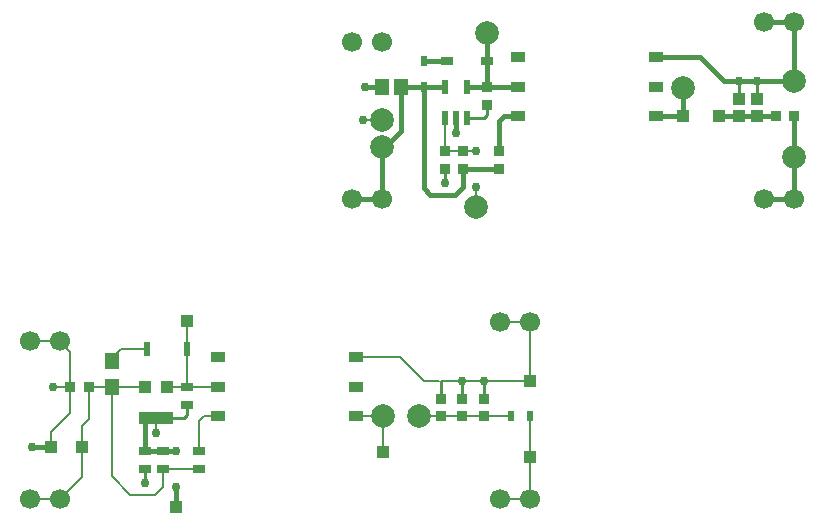
<source format=gtl>
G04*
<<<<<<< HEAD
G04 #@! TF.GenerationSoftware,Altium Limited,Altium Designer,22.2.1 (43)*
=======
G04 #@! TF.GenerationSoftware,Altium Limited,Altium Designer,20.2.6 (244)*
>>>>>>> 4e0b3683575d4fa8bc2fa5a38cc8482e5bfbb278
G04*
G04 Layer_Physical_Order=1*
G04 Layer_Color=255*
%FSLAX25Y25*%
%MOIN*%
G70*
G04*
<<<<<<< HEAD
G04 #@! TF.SameCoordinates,349ACB13-1475-4CFD-A425-034749F407B6*
=======
G04 #@! TF.SameCoordinates,39F16B55-C1F7-43D0-B861-395FF0F2765C*
>>>>>>> 4e0b3683575d4fa8bc2fa5a38cc8482e5bfbb278
G04*
G04*
G04 #@! TF.FilePolarity,Positive*
G04*
G01*
G75*
<<<<<<< HEAD
%ADD12C,0.01000*%
%ADD15R,0.05118X0.03386*%
%ADD16R,0.03937X0.04331*%
%ADD17R,0.03937X0.04134*%
%ADD18C,0.07874*%
%ADD19R,0.03937X0.03150*%
%ADD20R,0.05118X0.05709*%
%ADD21R,0.03543X0.03347*%
%ADD22R,0.03347X0.03543*%
%ADD23R,0.02047X0.04803*%
%ADD24R,0.01968X0.03543*%
%ADD36C,0.01600*%
%ADD37C,0.00600*%
%ADD38C,0.00900*%
%ADD39C,0.06693*%
%ADD40C,0.02953*%
D12*
X161024Y43063D02*
Y48968D01*
X153969Y43063D02*
Y48968D01*
X146787Y43063D02*
Y49000D01*
D15*
X118366Y37157D02*
D03*
Y47000D02*
D03*
Y56842D02*
D03*
X72500Y37157D02*
D03*
Y47000D02*
D03*
Y56842D02*
D03*
D16*
X127398Y37157D02*
D03*
X139602D02*
D03*
D17*
X161024Y43063D02*
D03*
Y37157D02*
D03*
X153969Y43063D02*
D03*
Y37157D02*
D03*
X146787Y43063D02*
D03*
Y37157D02*
D03*
D18*
X27201Y27000D02*
D03*
X62094Y68937D02*
D03*
X127398Y25197D02*
D03*
X16965Y27000D02*
D03*
X58500Y7087D02*
D03*
X176413Y49000D02*
D03*
Y23622D02*
D03*
D19*
X62094Y59598D02*
D03*
X48906D02*
D03*
D20*
X29563Y47000D02*
D03*
X23264D02*
D03*
D21*
X62000Y40898D02*
D03*
Y47000D02*
D03*
X48020Y25551D02*
D03*
Y19449D02*
D03*
X54000D02*
D03*
Y25551D02*
D03*
X66000Y19449D02*
D03*
Y25551D02*
D03*
D22*
X170311Y37157D02*
D03*
X176413D02*
D03*
D23*
X48020Y47000D02*
D03*
X55500D02*
D03*
Y36685D02*
D03*
X51760D02*
D03*
X48020D02*
D03*
D24*
X37063Y55661D02*
D03*
Y47000D02*
D03*
D36*
X23228Y38189D02*
Y46965D01*
X16965Y31925D02*
X23228Y38189D01*
X16965Y27000D02*
Y31925D01*
X23264Y47000D02*
Y58661D01*
X19721Y62205D02*
X23264Y58661D01*
X9720Y62205D02*
X19721D01*
X146787Y49000D02*
X176413D01*
X127398Y25197D02*
Y37157D01*
X146162Y49000D02*
X146253Y48909D01*
X141157Y49000D02*
X146000D01*
X161024Y37157D02*
X170311D01*
X153969D02*
X161024D01*
X146787D02*
X153969D01*
X139602D02*
X146787D01*
X37063Y47000D02*
X48020D01*
X37008D02*
X37063D01*
X29563D02*
X37008D01*
X27201Y33894D02*
X29563Y36256D01*
Y47000D01*
X27201Y27000D02*
Y33894D01*
Y16980D02*
Y27000D01*
X19721Y9500D02*
X27201Y16980D01*
X9720Y9500D02*
X19721D01*
X37063Y55661D02*
Y56449D01*
X40213Y59598D01*
X37008Y17323D02*
X43307Y11024D01*
X37008Y17323D02*
Y47000D01*
X40213Y59598D02*
X48906D01*
X62094D02*
Y68937D01*
X17563Y47000D02*
X23264D01*
X166413Y9449D02*
X176413D01*
Y23622D01*
Y37157D01*
X118366Y56842D02*
X133315D01*
X141157Y49000D01*
X176413D02*
Y68504D01*
X166413D02*
X176413D01*
X43307Y11024D02*
X51575D01*
X54000Y13449D02*
Y19449D01*
X51575Y11024D02*
X54000Y13449D01*
X118366Y37157D02*
X127398D01*
X51760Y31500D02*
Y36685D01*
X67658Y37157D02*
X72500D01*
X62094Y47095D02*
Y59598D01*
X62000Y47000D02*
X72500D01*
X55500D02*
X62000D01*
X54000Y19449D02*
X66000D01*
Y35500D02*
X67658Y37157D01*
X66000Y25551D02*
Y35500D01*
D37*
X23228Y46965D02*
X23264Y47000D01*
X10630Y27000D02*
X16965D01*
X58500Y7087D02*
Y13587D01*
X54000Y25551D02*
X58500D01*
X48020D02*
X54000D01*
X62000Y47000D02*
X62094Y47095D01*
X48020Y25551D02*
Y36685D01*
D38*
Y14961D02*
Y19449D01*
X62000Y37500D02*
Y40898D01*
X55500Y36685D02*
X61185D01*
X62000Y37500D01*
D39*
X176413Y68504D02*
D03*
X166413D02*
D03*
X176413Y9449D02*
D03*
X166413D02*
D03*
X19721Y9500D02*
D03*
X9720D02*
D03*
Y62205D02*
D03*
X19721D02*
D03*
D40*
X161024Y48968D02*
D03*
X153969D02*
D03*
X17563Y47000D02*
D03*
X10630Y27000D02*
D03*
X48020Y14961D02*
D03*
X58500Y13587D02*
D03*
Y25551D02*
D03*
X51760Y31500D02*
D03*
X146787Y49000D02*
=======
%ADD13C,0.01000*%
%ADD15R,0.05118X0.03386*%
%ADD16C,0.07874*%
%ADD17R,0.03347X0.03543*%
%ADD18R,0.03937X0.04134*%
%ADD19R,0.02047X0.04803*%
%ADD20R,0.03543X0.03347*%
%ADD21R,0.03937X0.03150*%
%ADD22R,0.01968X0.03543*%
%ADD23R,0.03937X0.04331*%
%ADD24R,0.05118X0.05709*%
%ADD36C,0.00600*%
%ADD37C,0.01600*%
%ADD38C,0.00900*%
%ADD39C,0.06693*%
%ADD40C,0.02953*%
D13*
X246000Y143063D02*
Y149000D01*
X252000Y143063D02*
Y149000D01*
D15*
X218366Y137157D02*
D03*
Y147000D02*
D03*
Y156843D02*
D03*
X172500Y137157D02*
D03*
Y147000D02*
D03*
Y156843D02*
D03*
D16*
X162094Y165000D02*
D03*
X227500Y146500D02*
D03*
X127201Y136000D02*
D03*
X158500Y107087D02*
D03*
X264602Y149000D02*
D03*
Y123622D02*
D03*
X127201Y127000D02*
D03*
D17*
X258500Y137157D02*
D03*
X264602D02*
D03*
D18*
X252000Y143063D02*
D03*
Y137157D02*
D03*
X246000Y143063D02*
D03*
Y137157D02*
D03*
D19*
X148020Y147000D02*
D03*
X155500D02*
D03*
Y136685D02*
D03*
X151760D02*
D03*
X148020D02*
D03*
D20*
Y125551D02*
D03*
Y119449D02*
D03*
X162000Y147000D02*
D03*
Y140898D02*
D03*
X154000Y119449D02*
D03*
Y125551D02*
D03*
X166000Y119449D02*
D03*
Y125551D02*
D03*
D21*
X148906Y155661D02*
D03*
X162094D02*
D03*
D22*
X141000D02*
D03*
Y147000D02*
D03*
D23*
X239602Y137157D02*
D03*
X227398D02*
D03*
D24*
X127201Y147000D02*
D03*
X133500D02*
D03*
D36*
X127201Y127000D02*
X128181D01*
X127114Y135913D02*
X127201Y136000D01*
X120953Y135913D02*
X127114D01*
X120866Y135827D02*
X120953Y135913D01*
X158500Y107087D02*
Y113587D01*
X227398Y137157D02*
X227500Y137260D01*
X154000Y125551D02*
X158500D01*
X148020D02*
X154000D01*
X162000Y147000D02*
X162094Y147095D01*
X148020Y125551D02*
Y136685D01*
D37*
X133500Y132319D02*
Y147000D01*
X128181Y127000D02*
X133500Y132319D01*
X127201Y109500D02*
Y127000D01*
X117201Y109500D02*
X127201D01*
X254602Y109449D02*
X264602D01*
Y123622D01*
Y137157D01*
X218366Y156843D02*
X233315D01*
X241158Y149000D01*
X246000D01*
X252000D01*
X264602D02*
Y168504D01*
X252000Y149000D02*
X264602D01*
X254602Y168504D02*
X264602D01*
X141000Y113331D02*
X143307Y111024D01*
X151575D01*
X141000Y113331D02*
Y147000D01*
X154000Y113449D02*
Y119449D01*
X151575Y111024D02*
X154000Y113449D01*
X162094Y155661D02*
Y165000D01*
X227500Y137260D02*
Y146500D01*
X252000Y137157D02*
X258500D01*
X246000D02*
X252000D01*
X239602D02*
X246000D01*
X218366D02*
X227398D01*
X151760Y131500D02*
Y136685D01*
X121500Y147000D02*
X127201D01*
X167657Y137157D02*
X172500D01*
X162094Y147095D02*
Y155661D01*
X141000D02*
X148906D01*
X162000Y147000D02*
X172500D01*
X155500D02*
X162000D01*
X141000D02*
X148020D01*
X133500D02*
X141000D01*
X154000Y119449D02*
X166000D01*
Y135500D02*
X167657Y137157D01*
X166000Y125551D02*
Y135500D01*
D38*
X148020Y114961D02*
Y119449D01*
X162000Y137500D02*
Y140898D01*
X155500Y136685D02*
X161185D01*
X162000Y137500D01*
D39*
X264602Y168504D02*
D03*
X254602D02*
D03*
X127201Y109500D02*
D03*
X117201D02*
D03*
Y161811D02*
D03*
X127201D02*
D03*
X254602Y109449D02*
D03*
X264602D02*
D03*
D40*
X120866Y135827D02*
D03*
X148020Y114961D02*
D03*
X158500Y113587D02*
D03*
Y125551D02*
D03*
X121500Y147000D02*
D03*
X151760Y131500D02*
D03*
X252000Y149000D02*
D03*
X246000D02*
>>>>>>> 4e0b3683575d4fa8bc2fa5a38cc8482e5bfbb278
D03*
M02*

</source>
